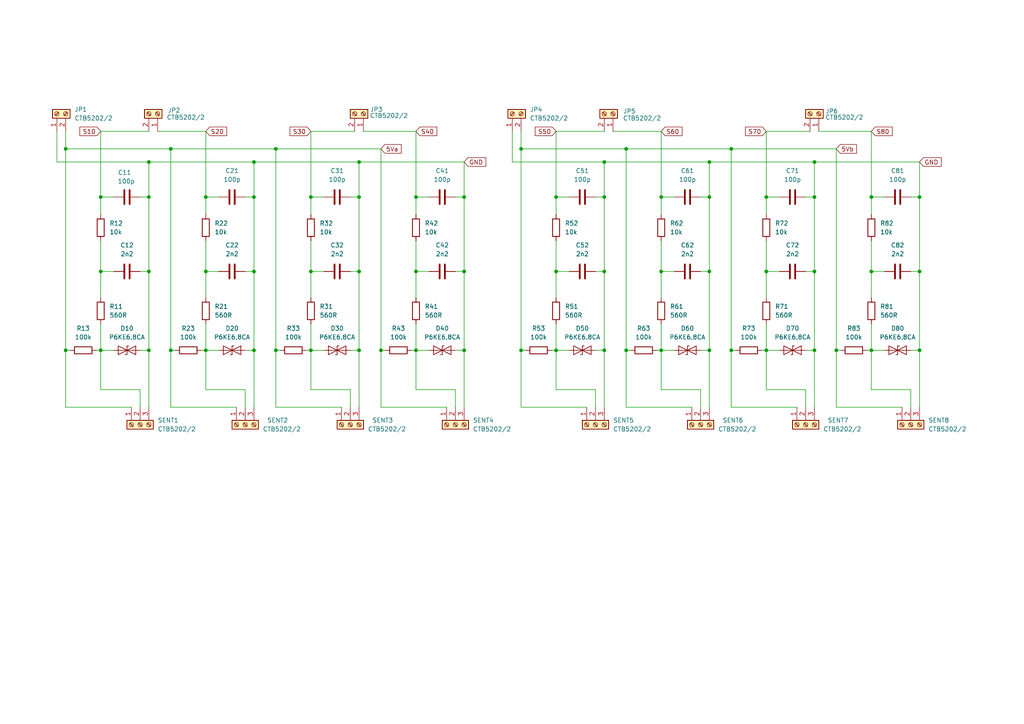
<source format=kicad_sch>
(kicad_sch (version 20231120) (generator "eeschema") (generator_version "8.0")
  (paper "A4")
  (title_block (title "ZF-Filter") (date "2024-03-20") (rev "1.0"))
  (lib_symbols
    (symbol "Connector:Screw_Terminal_01x02" (pin_names (offset 1.016) hide)
      (property "Reference" "J" (at 0 2.54 0))
      (property "Value" "Screw_Terminal_01x02" (at 0 -5.08 0))
      (symbol "Screw_Terminal_01x02_1_1"
        (rectangle (start -1.27 1.27) (end 1.27 -3.81) (stroke (width 0.254)) (fill (type background)))
        (circle (center 0 -2.54) (radius 0.635) (stroke (width 0.1524)))
        (polyline (pts (xy -0.5334 -2.2098) (xy 0.3302 -3.048)) (stroke (width 0.1524)))
        (polyline (pts (xy -0.5334 0.3302) (xy 0.3302 -0.508)) (stroke (width 0.1524)))
        (polyline (pts (xy -0.3556 -2.032) (xy 0.508 -2.8702)) (stroke (width 0.1524)))
        (polyline (pts (xy -0.3556 0.508) (xy 0.508 -0.3302)) (stroke (width 0.1524)))
        (circle (center 0 0) (radius 0.635) (stroke (width 0.1524)))
        (pin passive line (at -5.08 0 0) (length 3.81) (name "Pin_1") (number "1"))
        (pin passive line (at -5.08 -2.54 0) (length 3.81) (name "Pin_2") (number "2"))
      )
    )
    (symbol "Connector:Screw_Terminal_01x03" (pin_names (offset 1.016) hide)
      (property "Reference" "J" (at 0 5.08 0))
      (property "Value" "Screw_Terminal_01x03" (at 0 -5.08 0))
      (symbol "Screw_Terminal_01x03_1_1"
        (rectangle (start -1.27 3.81) (end 1.27 -3.81) (stroke (width 0.254)) (fill (type background)))
        (circle (center 0 -2.54) (radius 0.635) (stroke (width 0.1524)))
        (polyline (pts (xy -0.5334 -2.2098) (xy 0.3302 -3.048)) (stroke (width 0.1524)))
        (polyline (pts (xy -0.5334 0.3302) (xy 0.3302 -0.508)) (stroke (width 0.1524)))
        (polyline (pts (xy -0.5334 2.8702) (xy 0.3302 2.032)) (stroke (width 0.1524)))
        (polyline (pts (xy -0.3556 -2.032) (xy 0.508 -2.8702)) (stroke (width 0.1524)))
        (polyline (pts (xy -0.3556 0.508) (xy 0.508 -0.3302)) (stroke (width 0.1524)))
        (polyline (pts (xy -0.3556 3.048) (xy 0.508 2.2098)) (stroke (width 0.1524)))
        (circle (center 0 0) (radius 0.635) (stroke (width 0.1524)))
        (circle (center 0 2.54) (radius 0.635) (stroke (width 0.1524)))
        (pin passive line (at -5.08 2.54 0) (length 3.81) (name "Pin_1") (number "1"))
        (pin passive line (at -5.08 0 0) (length 3.81) (name "Pin_2") (number "2"))
        (pin passive line (at -5.08 -2.54 0) (length 3.81) (name "Pin_3") (number "3"))
      )
    )
    (symbol "Device:C" (pin_numbers hide) (pin_names (offset 0.254))
      (property "Reference" "C" (at 0.635 2.54 0))
      (property "Value" "C" (at 0.635 -2.54 0))
      (symbol "C_0_1"
        (polyline (pts (xy -2.032 -0.762) (xy 2.032 -0.762)) (stroke (width 0.508)))
        (polyline (pts (xy -2.032 0.762) (xy 2.032 0.762)) (stroke (width 0.508)))
      )
      (symbol "C_1_1"
        (pin passive line (at 0 3.81 270) (length 2.794) (name "~") (number "1"))
        (pin passive line (at 0 -3.81 90) (length 2.794) (name "~") (number "2"))
      )
    )
    (symbol "Device:R" (pin_numbers hide) (pin_names (offset 0))
      (property "Reference" "R" (at 2.032 0 90))
      (property "Value" "R" (at 0 0 90))
      (symbol "R_0_1"
        (rectangle (start -1.016 -2.54) (end 1.016 2.54) (stroke (width 0.254)))
      )
      (symbol "R_1_1"
        (pin passive line (at 0 3.81 270) (length 1.27) (name "~") (number "1"))
        (pin passive line (at 0 -3.81 90) (length 1.27) (name "~") (number "2"))
      )
    )
    (symbol "Diode:SD05_SOD323" (pin_numbers hide) (pin_names (offset 1.016) hide)
      (property "Reference" "D" (at 0 2.54 0))
      (property "Value" "SD05_SOD323" (at 0 -2.54 0))
      (symbol "SD05_SOD323_0_1"
        (polyline (pts (xy 1.27 0) (xy -1.27 0)))
        (polyline (pts (xy -2.54 -1.27) (xy 0 0) (xy -2.54 1.27) (xy -2.54 -1.27)) (stroke (width 0.2032)))
        (polyline (pts (xy 0.508 1.27) (xy 0 1.27) (xy 0 -1.27) (xy -0.508 -1.27)) (stroke (width 0.2032)))
        (polyline (pts (xy 2.54 1.27) (xy 2.54 -1.27) (xy 0 0) (xy 2.54 1.27)) (stroke (width 0.2032)))
      )
      (symbol "SD05_SOD323_1_1"
        (pin passive line (at -3.81 0 0) (length 2.54) (name "A1") (number "1"))
        (pin passive line (at 3.81 0 180) (length 2.54) (name "A2") (number "2"))
      )
    )
  )
  (junction (at 175.26 78.74))
  (junction (at 236.22 46.99))
  (junction (at 236.22 78.74))
  (junction (at 181.61 101.6))
  (junction (at 134.62 78.74))
  (junction (at 90.17 101.6))
  (junction (at 120.65 101.6))
  (junction (at 175.26 101.6))
  (junction (at 104.14 57.15))
  (junction (at 212.09 101.6))
  (junction (at 161.29 57.15))
  (junction (at 104.14 78.74))
  (junction (at 212.09 43.18))
  (junction (at 205.74 101.6))
  (junction (at 191.77 78.74))
  (junction (at 222.25 78.74))
  (junction (at 90.17 78.74))
  (junction (at 29.21 78.74))
  (junction (at 161.29 78.74))
  (junction (at 59.69 101.6))
  (junction (at 205.74 78.74))
  (junction (at 191.77 57.15))
  (junction (at 252.73 101.6))
  (junction (at 43.18 78.74))
  (junction (at 90.17 57.15))
  (junction (at 49.53 43.18))
  (junction (at 134.62 57.15))
  (junction (at 73.66 57.15))
  (junction (at 19.05 43.18))
  (junction (at 104.14 46.99))
  (junction (at 242.57 101.6))
  (junction (at 151.13 43.18))
  (junction (at 49.53 101.6))
  (junction (at 175.26 57.15))
  (junction (at 175.26 46.99))
  (junction (at 80.01 43.18))
  (junction (at 151.13 101.6))
  (junction (at 73.66 46.99))
  (junction (at 161.29 101.6))
  (junction (at 266.7 78.74))
  (junction (at 43.18 46.99))
  (junction (at 222.25 101.6))
  (junction (at 252.73 78.74))
  (junction (at 266.7 101.6))
  (junction (at 43.18 57.15))
  (junction (at 80.01 101.6))
  (junction (at 120.65 78.74))
  (junction (at 222.25 57.15))
  (junction (at 59.69 78.74))
  (junction (at 29.21 57.15))
  (junction (at 205.74 46.99))
  (junction (at 181.61 43.18))
  (junction (at 110.49 101.6))
  (junction (at 266.7 57.15))
  (junction (at 252.73 57.15))
  (junction (at 73.66 78.74))
  (junction (at 236.22 101.6))
  (junction (at 205.74 57.15))
  (junction (at 236.22 57.15))
  (junction (at 73.66 101.6))
  (junction (at 29.21 101.6))
  (junction (at 104.14 101.6))
  (junction (at 59.69 57.15))
  (junction (at 134.62 101.6))
  (junction (at 120.65 57.15))
  (junction (at 191.77 101.6))
  (junction (at 19.05 101.6))
  (junction (at 43.18 101.6))
  (wire (pts (xy 252.73 78.74) (xy 252.73 86.36)))
  (wire (pts (xy 172.72 101.6) (xy 175.26 101.6)))
  (wire (pts (xy 29.21 113.03) (xy 29.21 101.6)))
  (wire (pts (xy 71.12 101.6) (xy 73.66 101.6)))
  (wire (pts (xy 252.73 57.15) (xy 252.73 62.23)))
  (wire (pts (xy 43.18 101.6) (xy 43.18 118.11)))
  (wire (pts (xy 43.18 46.99) (xy 16.51 46.99)))
  (wire (pts (xy 252.73 101.6) (xy 256.54 101.6)))
  (wire (pts (xy 236.22 57.15) (xy 236.22 78.74)))
  (wire (pts (xy 29.21 38.1) (xy 43.18 38.1)))
  (wire (pts (xy 29.21 69.85) (xy 29.21 78.74)))
  (wire (pts (xy 191.77 113.03) (xy 191.77 101.6)))
  (wire (pts (xy 205.74 78.74) (xy 203.2 78.74)))
  (wire (pts (xy 222.25 113.03) (xy 222.25 101.6)))
  (wire (pts (xy 49.53 101.6) (xy 50.8 101.6)))
  (wire (pts (xy 16.51 46.99) (xy 16.51 38.1)))
  (wire (pts (xy 59.69 101.6) (xy 63.5 101.6)))
  (wire (pts (xy 40.64 101.6) (xy 43.18 101.6)))
  (wire (pts (xy 212.09 43.18) (xy 212.09 101.6)))
  (wire (pts (xy 266.7 46.99) (xy 266.7 57.15)))
  (wire (pts (xy 134.62 57.15) (xy 134.62 78.74)))
  (wire (pts (xy 165.1 78.74) (xy 161.29 78.74)))
  (wire (pts (xy 59.69 57.15) (xy 59.69 62.23)))
  (wire (pts (xy 19.05 38.1) (xy 19.05 43.18)))
  (wire (pts (xy 90.17 101.6) (xy 93.98 101.6)))
  (wire (pts (xy 172.72 57.15) (xy 175.26 57.15)))
  (wire (pts (xy 110.49 101.6) (xy 111.76 101.6)))
  (wire (pts (xy 90.17 113.03) (xy 90.17 101.6)))
  (wire (pts (xy 73.66 46.99) (xy 73.66 57.15)))
  (wire (pts (xy 172.72 118.11) (xy 172.72 113.03)))
  (wire (pts (xy 120.65 78.74) (xy 120.65 86.36)))
  (wire (pts (xy 161.29 69.85) (xy 161.29 78.74)))
  (wire (pts (xy 119.38 101.6) (xy 120.65 101.6)))
  (wire (pts (xy 80.01 43.18) (xy 80.01 101.6)))
  (wire (pts (xy 104.14 78.74) (xy 101.6 78.74)))
  (wire (pts (xy 252.73 57.15) (xy 256.54 57.15)))
  (wire (pts (xy 242.57 101.6) (xy 243.84 101.6)))
  (wire (pts (xy 73.66 78.74) (xy 73.66 101.6)))
  (wire (pts (xy 104.14 46.99) (xy 134.62 46.99)))
  (wire (pts (xy 191.77 101.6) (xy 191.77 93.98)))
  (wire (pts (xy 195.58 78.74) (xy 191.77 78.74)))
  (wire (pts (xy 71.12 113.03) (xy 59.69 113.03)))
  (wire (pts (xy 191.77 78.74) (xy 191.77 86.36)))
  (wire (pts (xy 222.25 78.74) (xy 222.25 86.36)))
  (wire (pts (xy 205.74 57.15) (xy 203.2 57.15)))
  (wire (pts (xy 251.46 101.6) (xy 252.73 101.6)))
  (wire (pts (xy 29.21 57.15) (xy 29.21 62.23)))
  (wire (pts (xy 161.29 38.1) (xy 175.26 38.1)))
  (wire (pts (xy 132.08 118.11) (xy 132.08 113.03)))
  (wire (pts (xy 90.17 57.15) (xy 93.98 57.15)))
  (wire (pts (xy 181.61 43.18) (xy 181.61 101.6)))
  (wire (pts (xy 177.8 38.1) (xy 191.77 38.1)))
  (wire (pts (xy 59.69 101.6) (xy 59.69 93.98)))
  (wire (pts (xy 40.64 113.03) (xy 29.21 113.03)))
  (wire (pts (xy 151.13 43.18) (xy 181.61 43.18)))
  (wire (pts (xy 49.53 43.18) (xy 49.53 101.6)))
  (wire (pts (xy 40.64 57.15) (xy 43.18 57.15)))
  (wire (pts (xy 252.73 101.6) (xy 252.73 93.98)))
  (wire (pts (xy 222.25 57.15) (xy 226.06 57.15)))
  (wire (pts (xy 151.13 38.1) (xy 151.13 43.18)))
  (wire (pts (xy 71.12 118.11) (xy 71.12 113.03)))
  (wire (pts (xy 73.66 46.99) (xy 104.14 46.99)))
  (wire (pts (xy 222.25 101.6) (xy 222.25 93.98)))
  (wire (pts (xy 19.05 101.6) (xy 19.05 118.11)))
  (wire (pts (xy 175.26 46.99) (xy 175.26 57.15)))
  (wire (pts (xy 29.21 57.15) (xy 33.02 57.15)))
  (wire (pts (xy 88.9 101.6) (xy 90.17 101.6)))
  (wire (pts (xy 242.57 43.18) (xy 242.57 101.6)))
  (wire (pts (xy 212.09 43.18) (xy 242.57 43.18)))
  (wire (pts (xy 222.25 101.6) (xy 226.06 101.6)))
  (wire (pts (xy 175.26 78.74) (xy 172.72 78.74)))
  (wire (pts (xy 252.73 113.03) (xy 252.73 101.6)))
  (wire (pts (xy 134.62 78.74) (xy 132.08 78.74)))
  (wire (pts (xy 175.26 46.99) (xy 205.74 46.99)))
  (wire (pts (xy 132.08 113.03) (xy 120.65 113.03)))
  (wire (pts (xy 266.7 101.6) (xy 266.7 118.11)))
  (wire (pts (xy 212.09 101.6) (xy 213.36 101.6)))
  (wire (pts (xy 104.14 57.15) (xy 104.14 78.74)))
  (wire (pts (xy 45.72 38.1) (xy 59.69 38.1)))
  (wire (pts (xy 161.29 78.74) (xy 161.29 86.36)))
  (wire (pts (xy 59.69 57.15) (xy 63.5 57.15)))
  (wire (pts (xy 170.18 118.11) (xy 151.13 118.11)))
  (wire (pts (xy 161.29 38.1) (xy 161.29 57.15)))
  (wire (pts (xy 73.66 78.74) (xy 71.12 78.74)))
  (wire (pts (xy 222.25 69.85) (xy 222.25 78.74)))
  (wire (pts (xy 90.17 69.85) (xy 90.17 78.74)))
  (wire (pts (xy 104.14 101.6) (xy 104.14 118.11)))
  (wire (pts (xy 205.74 46.99) (xy 236.22 46.99)))
  (wire (pts (xy 161.29 57.15) (xy 165.1 57.15)))
  (wire (pts (xy 132.08 101.6) (xy 134.62 101.6)))
  (wire (pts (xy 264.16 118.11) (xy 264.16 113.03)))
  (wire (pts (xy 99.06 118.11) (xy 80.01 118.11)))
  (wire (pts (xy 90.17 57.15) (xy 90.17 38.1)))
  (wire (pts (xy 233.68 101.6) (xy 236.22 101.6)))
  (wire (pts (xy 40.64 118.11) (xy 40.64 113.03)))
  (wire (pts (xy 266.7 78.74) (xy 264.16 78.74)))
  (wire (pts (xy 43.18 78.74) (xy 40.64 78.74)))
  (wire (pts (xy 264.16 101.6) (xy 266.7 101.6)))
  (wire (pts (xy 172.72 113.03) (xy 161.29 113.03)))
  (wire (pts (xy 73.66 46.99) (xy 43.18 46.99)))
  (wire (pts (xy 160.02 101.6) (xy 161.29 101.6)))
  (wire (pts (xy 175.26 78.74) (xy 175.26 101.6)))
  (wire (pts (xy 252.73 69.85) (xy 252.73 78.74)))
  (wire (pts (xy 134.62 101.6) (xy 134.62 118.11)))
  (wire (pts (xy 252.73 38.1) (xy 252.73 57.15)))
  (wire (pts (xy 90.17 101.6) (xy 90.17 93.98)))
  (wire (pts (xy 120.65 101.6) (xy 120.65 93.98)))
  (wire (pts (xy 120.65 38.1) (xy 120.65 57.15)))
  (wire (pts (xy 59.69 38.1) (xy 59.69 57.15)))
  (wire (pts (xy 101.6 101.6) (xy 104.14 101.6)))
  (wire (pts (xy 80.01 43.18) (xy 110.49 43.18)))
  (wire (pts (xy 236.22 78.74) (xy 233.68 78.74)))
  (wire (pts (xy 110.49 101.6) (xy 110.49 118.11)))
  (wire (pts (xy 80.01 101.6) (xy 81.28 101.6)))
  (wire (pts (xy 226.06 78.74) (xy 222.25 78.74)))
  (wire (pts (xy 104.14 46.99) (xy 104.14 57.15)))
  (wire (pts (xy 43.18 78.74) (xy 43.18 101.6)))
  (wire (pts (xy 120.65 57.15) (xy 120.65 62.23)))
  (wire (pts (xy 151.13 43.18) (xy 151.13 101.6)))
  (wire (pts (xy 233.68 118.11) (xy 233.68 113.03)))
  (wire (pts (xy 205.74 78.74) (xy 205.74 101.6)))
  (wire (pts (xy 148.59 38.1) (xy 148.59 46.99)))
  (wire (pts (xy 190.5 101.6) (xy 191.77 101.6)))
  (wire (pts (xy 236.22 78.74) (xy 236.22 101.6)))
  (wire (pts (xy 231.14 118.11) (xy 212.09 118.11)))
  (wire (pts (xy 236.22 101.6) (xy 236.22 118.11)))
  (wire (pts (xy 181.61 101.6) (xy 182.88 101.6)))
  (wire (pts (xy 266.7 57.15) (xy 264.16 57.15)))
  (wire (pts (xy 161.29 101.6) (xy 165.1 101.6)))
  (wire (pts (xy 161.29 101.6) (xy 161.29 93.98)))
  (wire (pts (xy 59.69 113.03) (xy 59.69 101.6)))
  (wire (pts (xy 90.17 78.74) (xy 90.17 86.36)))
  (wire (pts (xy 134.62 78.74) (xy 134.62 101.6)))
  (wire (pts (xy 161.29 57.15) (xy 161.29 62.23)))
  (wire (pts (xy 151.13 101.6) (xy 151.13 118.11)))
  (wire (pts (xy 93.98 78.74) (xy 90.17 78.74)))
  (wire (pts (xy 181.61 43.18) (xy 212.09 43.18)))
  (wire (pts (xy 19.05 43.18) (xy 19.05 101.6)))
  (wire (pts (xy 101.6 118.11) (xy 101.6 113.03)))
  (wire (pts (xy 205.74 46.99) (xy 205.74 57.15)))
  (wire (pts (xy 205.74 57.15) (xy 205.74 78.74)))
  (wire (pts (xy 120.65 101.6) (xy 124.46 101.6)))
  (wire (pts (xy 203.2 118.11) (xy 203.2 113.03)))
  (wire (pts (xy 181.61 101.6) (xy 181.61 118.11)))
  (wire (pts (xy 58.42 101.6) (xy 59.69 101.6)))
  (wire (pts (xy 49.53 118.11) (xy 68.58 118.11)))
  (wire (pts (xy 29.21 38.1) (xy 29.21 57.15)))
  (wire (pts (xy 236.22 57.15) (xy 233.68 57.15)))
  (wire (pts (xy 266.7 78.74) (xy 266.7 101.6)))
  (wire (pts (xy 175.26 101.6) (xy 175.26 118.11)))
  (wire (pts (xy 256.54 78.74) (xy 252.73 78.74)))
  (wire (pts (xy 203.2 113.03) (xy 191.77 113.03)))
  (wire (pts (xy 236.22 46.99) (xy 236.22 57.15)))
  (wire (pts (xy 191.77 38.1) (xy 191.77 57.15)))
  (wire (pts (xy 63.5 78.74) (xy 59.69 78.74)))
  (wire (pts (xy 19.05 101.6) (xy 20.32 101.6)))
  (wire (pts (xy 134.62 46.99) (xy 134.62 57.15)))
  (wire (pts (xy 73.66 57.15) (xy 71.12 57.15)))
  (wire (pts (xy 203.2 101.6) (xy 205.74 101.6)))
  (wire (pts (xy 120.65 69.85) (xy 120.65 78.74)))
  (wire (pts (xy 233.68 113.03) (xy 222.25 113.03)))
  (wire (pts (xy 105.41 38.1) (xy 120.65 38.1)))
  (wire (pts (xy 90.17 57.15) (xy 90.17 62.23)))
  (wire (pts (xy 120.65 113.03) (xy 120.65 101.6)))
  (wire (pts (xy 191.77 69.85) (xy 191.77 78.74)))
  (wire (pts (xy 266.7 57.15) (xy 266.7 78.74)))
  (wire (pts (xy 220.98 101.6) (xy 222.25 101.6)))
  (wire (pts (xy 175.26 57.15) (xy 175.26 78.74)))
  (wire (pts (xy 29.21 101.6) (xy 33.02 101.6)))
  (wire (pts (xy 59.69 78.74) (xy 59.69 86.36)))
  (wire (pts (xy 191.77 57.15) (xy 195.58 57.15)))
  (wire (pts (xy 49.53 43.18) (xy 80.01 43.18)))
  (wire (pts (xy 33.02 78.74) (xy 29.21 78.74)))
  (wire (pts (xy 104.14 57.15) (xy 101.6 57.15)))
  (wire (pts (xy 191.77 57.15) (xy 191.77 62.23)))
  (wire (pts (xy 261.62 118.11) (xy 242.57 118.11)))
  (wire (pts (xy 90.17 38.1) (xy 102.87 38.1)))
  (wire (pts (xy 129.54 118.11) (xy 110.49 118.11)))
  (wire (pts (xy 29.21 78.74) (xy 29.21 86.36)))
  (wire (pts (xy 222.25 38.1) (xy 234.95 38.1)))
  (wire (pts (xy 19.05 43.18) (xy 49.53 43.18)))
  (wire (pts (xy 29.21 101.6) (xy 29.21 93.98)))
  (wire (pts (xy 120.65 57.15) (xy 124.46 57.15)))
  (wire (pts (xy 242.57 101.6) (xy 242.57 118.11)))
  (wire (pts (xy 59.69 69.85) (xy 59.69 78.74)))
  (wire (pts (xy 264.16 113.03) (xy 252.73 113.03)))
  (wire (pts (xy 43.18 46.99) (xy 43.18 57.15)))
  (wire (pts (xy 191.77 101.6) (xy 195.58 101.6)))
  (wire (pts (xy 101.6 113.03) (xy 90.17 113.03)))
  (wire (pts (xy 49.53 101.6) (xy 49.53 118.11)))
  (wire (pts (xy 222.25 57.15) (xy 222.25 62.23)))
  (wire (pts (xy 73.66 57.15) (xy 73.66 78.74)))
  (wire (pts (xy 73.66 101.6) (xy 73.66 118.11)))
  (wire (pts (xy 205.74 101.6) (xy 205.74 118.11)))
  (wire (pts (xy 236.22 46.99) (xy 266.7 46.99)))
  (wire (pts (xy 38.1 118.11) (xy 19.05 118.11)))
  (wire (pts (xy 104.14 78.74) (xy 104.14 101.6)))
  (wire (pts (xy 181.61 118.11) (xy 200.66 118.11)))
  (wire (pts (xy 222.25 57.15) (xy 222.25 38.1)))
  (wire (pts (xy 124.46 78.74) (xy 120.65 78.74)))
  (wire (pts (xy 212.09 101.6) (xy 212.09 118.11)))
  (wire (pts (xy 80.01 101.6) (xy 80.01 118.11)))
  (wire (pts (xy 134.62 57.15) (xy 132.08 57.15)))
  (wire (pts (xy 151.13 101.6) (xy 152.4 101.6)))
  (wire (pts (xy 237.49 38.1) (xy 252.73 38.1)))
  (wire (pts (xy 27.94 101.6) (xy 29.21 101.6)))
  (wire (pts (xy 148.59 46.99) (xy 175.26 46.99)))
  (wire (pts (xy 161.29 113.03) (xy 161.29 101.6)))
  (wire (pts (xy 110.49 43.18) (xy 110.49 101.6)))
  (wire (pts (xy 43.18 57.15) (xy 43.18 78.74)))
  (global_label "S20" (shape input) (at 59.69 38.1 0) (property "Intersheetrefs" "${INTERSHEET_REFS}" (effects (hide yes))))
  (global_label "GND" (shape input) (at 266.7 46.99 0) (property "Intersheetrefs" "${INTERSHEET_REFS}" (effects (hide yes))))
  (global_label "S60" (shape input) (at 191.77 38.1 0) (property "Intersheetrefs" "${INTERSHEET_REFS}" (effects (hide yes))))
  (global_label "S70" (shape input) (at 222.25 38.1 180) (property "Intersheetrefs" "${INTERSHEET_REFS}" (effects (hide yes))))
  (global_label "GND" (shape input) (at 134.62 46.99 0) (property "Intersheetrefs" "${INTERSHEET_REFS}" (effects (hide yes))))
  (global_label "S10" (shape input) (at 29.21 38.1 180) (property "Intersheetrefs" "${INTERSHEET_REFS}" (effects (hide yes))))
  (global_label "S40" (shape input) (at 120.65 38.1 0) (property "Intersheetrefs" "${INTERSHEET_REFS}" (effects (hide yes))))
  (global_label "S50" (shape input) (at 161.29 38.1 180) (property "Intersheetrefs" "${INTERSHEET_REFS}" (effects (hide yes))))
  (global_label "S30" (shape input) (at 90.17 38.1 180) (property "Intersheetrefs" "${INTERSHEET_REFS}" (effects (hide yes))))
  (global_label "S80" (shape input) (at 252.73 38.1 0) (property "Intersheetrefs" "${INTERSHEET_REFS}" (effects (hide yes))))
  (global_label "5Va" (shape input) (at 110.49 43.18 0) (property "Intersheetrefs" "${INTERSHEET_REFS}" (effects (hide yes))))
  (global_label "5Vb" (shape input) (at 242.57 43.18 0) (property "Intersheetrefs" "${INTERSHEET_REFS}" (effects (hide yes))))
  (symbol (lib_id "Connector:Screw_Terminal_01x02") (at 177.8 33.02 270) (mirror x) (unit 1)
    (property "Reference" "JP5" (at 184.404 32.258 90) (effects (justify right)))
    (property "Value" "CTB5202/2" (at 191.77 34.29 90) (effects (justify right)))
    (property "Footprint" "TerminalBlock_RND:TerminalBlock_RND_205-00001_1x02_P5.00mm_Horizontal" (effects (hide yes)))
    (property "Description" "Generic screw terminal, single row, 01x02, script generated (kicad-library-utils/schlib/autogen/connector/)" (effects (hide yes)))
  )
  (symbol (lib_id "Connector:Screw_Terminal_01x03") (at 172.72 123.19 90) (mirror x) (unit 1)
    (property "Reference" "SENT5" (at 177.8 121.92 90) (effects (justify right)))
    (property "Value" "CTB5202/2" (at 177.8 124.46 90) (effects (justify right)))
    (property "Footprint" "TerminalBlock_RND:TerminalBlock_RND_205-00002_1x03_P5.00mm_Horizontal" (effects (hide yes)))
    (property "Description" "Generic screw terminal, single row, 01x03, script generated (kicad-library-utils/schlib/autogen/connector/)" (effects (hide yes)))
  )
  (symbol (lib_id "Device:R") (at 85.09 101.6 90) (unit 1)
    (property "Reference" "R33" (at 85.09 95.25 90))
    (property "Value" "100k" (at 85.09 97.79 90))
    (property "Footprint" "Resistor_THT:R_Axial_DIN0207_L6.3mm_D2.5mm_P10.16mm_Horizontal" (effects (hide yes)))
    (property "Description" "Resistor" (effects (hide yes)))
  )
  (symbol (lib_id "Device:R") (at 29.21 66.04 0) (unit 1)
    (property "Reference" "R12" (at 31.75 64.77 0) (effects (justify left)))
    (property "Value" "10k" (at 31.75 67.31 0) (effects (justify left)))
    (property "Footprint" "Resistor_THT:R_Axial_DIN0207_L6.3mm_D2.5mm_P10.16mm_Horizontal" (effects (hide yes)))
    (property "Description" "Resistor" (effects (hide yes)))
  )
  (symbol (lib_id "Diode:SD05_SOD323") (at 97.79 101.6 0) (unit 1)
    (property "Reference" "D30" (at 97.79 95.25 0))
    (property "Value" "P6KE6,8CA" (at 97.79 97.79 0))
    (property "Footprint" "Diode_SMD:D_SOD-323" (effects (hide yes)))
    (property "Datasheet" "https://www.littelfuse.com/~/media/electronics/datasheets/tvs_diode_arrays/littelfuse_tvs_diode_array_sd_c_datasheet.pdf.pdf" (effects (hide yes)))
    (property "Description" "5V, 450W Discrete Bidirectional TVS Diode, SOD-323" (effects (hide yes)))
  )
  (symbol (lib_id "Device:C") (at 168.91 57.15 90) (unit 1)
    (property "Reference" "C51" (at 168.91 49.53 90))
    (property "Value" "100p" (at 168.91 52.07 90))
    (property "Footprint" "Capacitor_THT:C_Disc_D6.0mm_W2.5mm_P5.00mm" (effects (hide yes)))
    (property "Description" "Unpolarized capacitor" (effects (hide yes)))
  )
  (symbol (lib_id "Device:C") (at 260.35 78.74 90) (unit 1)
    (property "Reference" "C82" (at 260.35 71.12 90))
    (property "Value" "2n2" (at 260.35 73.66 90))
    (property "Footprint" "Capacitor_THT:C_Rect_L7.2mm_W3.0mm_P5.00mm_FKS2_FKP2_MKS2_MKP2" (effects (hide yes)))
    (property "Description" "Unpolarized capacitor" (effects (hide yes)))
  )
  (symbol (lib_id "Diode:SD05_SOD323") (at 128.27 101.6 0) (unit 1)
    (property "Reference" "D40" (at 128.27 95.25 0))
    (property "Value" "P6KE6,8CA" (at 128.27 97.79 0))
    (property "Footprint" "Diode_SMD:D_SOD-323" (effects (hide yes)))
    (property "Datasheet" "https://www.littelfuse.com/~/media/electronics/datasheets/tvs_diode_arrays/littelfuse_tvs_diode_array_sd_c_datasheet.pdf.pdf" (effects (hide yes)))
    (property "Description" "5V, 450W Discrete Bidirectional TVS Diode, SOD-323" (effects (hide yes)))
  )
  (symbol (lib_id "Device:R") (at 217.17 101.6 90) (unit 1)
    (property "Reference" "R73" (at 217.17 95.25 90))
    (property "Value" "100k" (at 217.17 97.79 90))
    (property "Footprint" "Resistor_THT:R_Axial_DIN0207_L6.3mm_D2.5mm_P10.16mm_Horizontal" (effects (hide yes)))
    (property "Description" "Resistor" (effects (hide yes)))
  )
  (symbol (lib_id "Device:R") (at 161.29 90.17 0) (unit 1)
    (property "Reference" "R51" (at 163.83 88.9 0) (effects (justify left)))
    (property "Value" "560R" (at 163.83 91.44 0) (effects (justify left)))
    (property "Footprint" "Resistor_THT:R_Axial_DIN0207_L6.3mm_D2.5mm_P10.16mm_Horizontal" (effects (hide yes)))
    (property "Description" "Resistor" (effects (hide yes)))
  )
  (symbol (lib_id "Device:R") (at 115.57 101.6 90) (unit 1)
    (property "Reference" "R43" (at 115.57 95.25 90))
    (property "Value" "100k" (at 115.57 97.79 90))
    (property "Footprint" "Resistor_THT:R_Axial_DIN0207_L6.3mm_D2.5mm_P10.16mm_Horizontal" (effects (hide yes)))
    (property "Description" "Resistor" (effects (hide yes)))
  )
  (symbol (lib_id "Device:R") (at 191.77 90.17 0) (unit 1)
    (property "Reference" "R61" (at 194.31 88.9 0) (effects (justify left)))
    (property "Value" "560R" (at 194.31 91.44 0) (effects (justify left)))
    (property "Footprint" "Resistor_THT:R_Axial_DIN0207_L6.3mm_D2.5mm_P10.16mm_Horizontal" (effects (hide yes)))
    (property "Description" "Resistor" (effects (hide yes)))
  )
  (symbol (lib_id "Device:R") (at 222.25 66.04 0) (unit 1)
    (property "Reference" "R72" (at 224.79 64.77 0) (effects (justify left)))
    (property "Value" "10k" (at 224.79 67.31 0) (effects (justify left)))
    (property "Footprint" "Resistor_THT:R_Axial_DIN0207_L6.3mm_D2.5mm_P10.16mm_Horizontal" (effects (hide yes)))
    (property "Description" "Resistor" (effects (hide yes)))
  )
  (symbol (lib_id "Connector:Screw_Terminal_01x03") (at 132.08 123.19 90) (mirror x) (unit 1)
    (property "Reference" "SENT4" (at 137.16 121.92 90) (effects (justify right)))
    (property "Value" "CTB5202/2" (at 137.16 124.46 90) (effects (justify right)))
    (property "Footprint" "TerminalBlock_RND:TerminalBlock_RND_205-00002_1x03_P5.00mm_Horizontal" (effects (hide yes)))
    (property "Description" "Generic screw terminal, single row, 01x03, script generated (kicad-library-utils/schlib/autogen/connector/)" (effects (hide yes)))
  )
  (symbol (lib_id "Device:R") (at 186.69 101.6 90) (unit 1)
    (property "Reference" "R63" (at 186.69 95.25 90))
    (property "Value" "100k" (at 186.69 97.79 90))
    (property "Footprint" "Resistor_THT:R_Axial_DIN0207_L6.3mm_D2.5mm_P10.16mm_Horizontal" (effects (hide yes)))
    (property "Description" "Resistor" (effects (hide yes)))
  )
  (symbol (lib_id "Diode:SD05_SOD323") (at 229.87 101.6 0) (unit 1)
    (property "Reference" "D70" (at 229.87 95.25 0))
    (property "Value" "P6KE6,8CA" (at 229.87 97.79 0))
    (property "Footprint" "Diode_SMD:D_SOD-323" (effects (hide yes)))
    (property "Datasheet" "https://www.littelfuse.com/~/media/electronics/datasheets/tvs_diode_arrays/littelfuse_tvs_diode_array_sd_c_datasheet.pdf.pdf" (effects (hide yes)))
    (property "Description" "5V, 450W Discrete Bidirectional TVS Diode, SOD-323" (effects (hide yes)))
  )
  (symbol (lib_id "Diode:SD05_SOD323") (at 199.39 101.6 0) (unit 1)
    (property "Reference" "D60" (at 199.39 95.25 0))
    (property "Value" "P6KE6,8CA" (at 199.39 97.79 0))
    (property "Footprint" "Diode_SMD:D_SOD-323" (effects (hide yes)))
    (property "Datasheet" "https://www.littelfuse.com/~/media/electronics/datasheets/tvs_diode_arrays/littelfuse_tvs_diode_array_sd_c_datasheet.pdf.pdf" (effects (hide yes)))
    (property "Description" "5V, 450W Discrete Bidirectional TVS Diode, SOD-323" (effects (hide yes)))
  )
  (symbol (lib_id "Device:C") (at 67.31 57.15 90) (unit 1)
    (property "Reference" "C21" (at 67.31 49.53 90))
    (property "Value" "100p" (at 67.31 52.07 90))
    (property "Footprint" "Capacitor_THT:C_Disc_D6.0mm_W2.5mm_P5.00mm" (effects (hide yes)))
    (property "Description" "Unpolarized capacitor" (effects (hide yes)))
  )
  (symbol (lib_id "Device:C") (at 67.31 78.74 90) (unit 1)
    (property "Reference" "C22" (at 67.31 71.12 90))
    (property "Value" "2n2" (at 67.31 73.66 90))
    (property "Footprint" "Capacitor_THT:C_Rect_L7.2mm_W3.0mm_P5.00mm_FKS2_FKP2_MKS2_MKP2" (effects (hide yes)))
    (property "Description" "Unpolarized capacitor" (effects (hide yes)))
  )
  (symbol (lib_id "Device:R") (at 90.17 90.17 0) (unit 1)
    (property "Reference" "R31" (at 92.71 88.9 0) (effects (justify left)))
    (property "Value" "560R" (at 92.71 91.44 0) (effects (justify left)))
    (property "Footprint" "Resistor_THT:R_Axial_DIN0207_L6.3mm_D2.5mm_P10.16mm_Horizontal" (effects (hide yes)))
    (property "Description" "Resistor" (effects (hide yes)))
  )
  (symbol (lib_id "Device:R") (at 191.77 66.04 0) (unit 1)
    (property "Reference" "R62" (at 194.31 64.77 0) (effects (justify left)))
    (property "Value" "10k" (at 194.31 67.31 0) (effects (justify left)))
    (property "Footprint" "Resistor_THT:R_Axial_DIN0207_L6.3mm_D2.5mm_P10.16mm_Horizontal" (effects (hide yes)))
    (property "Description" "Resistor" (effects (hide yes)))
  )
  (symbol (lib_id "Device:C") (at 128.27 78.74 90) (unit 1)
    (property "Reference" "C42" (at 128.27 71.12 90))
    (property "Value" "2n2" (at 128.27 73.66 90))
    (property "Footprint" "Capacitor_THT:C_Rect_L7.2mm_W3.0mm_P5.00mm_FKS2_FKP2_MKS2_MKP2" (effects (hide yes)))
    (property "Description" "Unpolarized capacitor" (effects (hide yes)))
  )
  (symbol (lib_id "Connector:Screw_Terminal_01x03") (at 71.12 123.19 90) (mirror x) (unit 1)
    (property "Reference" "SENT2" (at 77.47 121.92 90) (effects (justify right)))
    (property "Value" "CTB5202/2" (at 76.2 124.46 90) (effects (justify right)))
    (property "Footprint" "TerminalBlock_RND:TerminalBlock_RND_205-00002_1x03_P5.00mm_Horizontal" (effects (hide yes)))
    (property "Description" "Generic screw terminal, single row, 01x03, script generated (kicad-library-utils/schlib/autogen/connector/)" (effects (hide yes)))
  )
  (symbol (lib_id "Device:R") (at 252.73 66.04 0) (unit 1)
    (property "Reference" "R82" (at 255.27 64.77 0) (effects (justify left)))
    (property "Value" "10k" (at 255.27 67.31 0) (effects (justify left)))
    (property "Footprint" "Resistor_THT:R_Axial_DIN0207_L6.3mm_D2.5mm_P10.16mm_Horizontal" (effects (hide yes)))
    (property "Description" "Resistor" (effects (hide yes)))
  )
  (symbol (lib_id "Device:R") (at 120.65 90.17 0) (unit 1)
    (property "Reference" "R41" (at 123.19 88.9 0) (effects (justify left)))
    (property "Value" "560R" (at 123.19 91.44 0) (effects (justify left)))
    (property "Footprint" "Resistor_THT:R_Axial_DIN0207_L6.3mm_D2.5mm_P10.16mm_Horizontal" (effects (hide yes)))
    (property "Description" "Resistor" (effects (hide yes)))
  )
  (symbol (lib_id "Device:C") (at 229.87 57.15 90) (unit 1)
    (property "Reference" "C71" (at 229.87 49.53 90))
    (property "Value" "100p" (at 229.87 52.07 90))
    (property "Footprint" "Capacitor_THT:C_Disc_D6.0mm_W2.5mm_P5.00mm" (effects (hide yes)))
    (property "Description" "Unpolarized capacitor" (effects (hide yes)))
  )
  (symbol (lib_id "Device:R") (at 161.29 66.04 0) (unit 1)
    (property "Reference" "R52" (at 163.83 64.77 0) (effects (justify left)))
    (property "Value" "10k" (at 163.83 67.31 0) (effects (justify left)))
    (property "Footprint" "Resistor_THT:R_Axial_DIN0207_L6.3mm_D2.5mm_P10.16mm_Horizontal" (effects (hide yes)))
    (property "Description" "Resistor" (effects (hide yes)))
  )
  (symbol (lib_id "Device:C") (at 199.39 78.74 90) (unit 1)
    (property "Reference" "C62" (at 199.39 71.12 90))
    (property "Value" "2n2" (at 199.39 73.66 90))
    (property "Footprint" "Capacitor_THT:C_Rect_L7.2mm_W3.0mm_P5.00mm_FKS2_FKP2_MKS2_MKP2" (effects (hide yes)))
    (property "Description" "Unpolarized capacitor" (effects (hide yes)))
  )
  (symbol (lib_id "Diode:SD05_SOD323") (at 260.35 101.6 0) (unit 1)
    (property "Reference" "D80" (at 260.35 95.25 0))
    (property "Value" "P6KE6,8CA" (at 260.35 97.79 0))
    (property "Footprint" "Diode_SMD:D_SOD-323" (effects (hide yes)))
    (property "Datasheet" "https://www.littelfuse.com/~/media/electronics/datasheets/tvs_diode_arrays/littelfuse_tvs_diode_array_sd_c_datasheet.pdf.pdf" (effects (hide yes)))
    (property "Description" "5V, 450W Discrete Bidirectional TVS Diode, SOD-323" (effects (hide yes)))
  )
  (symbol (lib_id "Connector:Screw_Terminal_01x02") (at 148.59 33.02 90) (unit 1)
    (property "Reference" "JP4" (at 153.67 31.7499 90) (effects (justify right)))
    (property "Value" "CTB5202/2" (at 153.67 34.2899 90) (effects (justify right)))
    (property "Footprint" "TerminalBlock_RND:TerminalBlock_RND_205-00001_1x02_P5.00mm_Horizontal" (effects (hide yes)))
    (property "Description" "Generic screw terminal, single row, 01x02, script generated (kicad-library-utils/schlib/autogen/connector/)" (effects (hide yes)))
  )
  (symbol (lib_id "Connector:Screw_Terminal_01x03") (at 233.68 123.19 90) (mirror x) (unit 1)
    (property "Reference" "SENT7" (at 240.03 121.92 90) (effects (justify right)))
    (property "Value" "CTB5202/2" (at 238.76 124.46 90) (effects (justify right)))
    (property "Footprint" "TerminalBlock_RND:TerminalBlock_RND_205-00002_1x03_P5.00mm_Horizontal" (effects (hide yes)))
    (property "Description" "Generic screw terminal, single row, 01x03, script generated (kicad-library-utils/schlib/autogen/connector/)" (effects (hide yes)))
  )
  (symbol (lib_id "Device:R") (at 59.69 90.17 0) (unit 1)
    (property "Reference" "R21" (at 62.23 88.9 0) (effects (justify left)))
    (property "Value" "560R" (at 62.23 91.44 0) (effects (justify left)))
    (property "Footprint" "Resistor_THT:R_Axial_DIN0207_L6.3mm_D2.5mm_P10.16mm_Horizontal" (effects (hide yes)))
    (property "Description" "Resistor" (effects (hide yes)))
  )
  (symbol (lib_id "Connector:Screw_Terminal_01x03") (at 203.2 123.19 90) (mirror x) (unit 1)
    (property "Reference" "SENT6" (at 209.55 121.92 90) (effects (justify right)))
    (property "Value" "CTB5202/2" (at 208.28 124.46 90) (effects (justify right)))
    (property "Footprint" "TerminalBlock_RND:TerminalBlock_RND_205-00002_1x03_P5.00mm_Horizontal" (effects (hide yes)))
    (property "Description" "Generic screw terminal, single row, 01x03, script generated (kicad-library-utils/schlib/autogen/connector/)" (effects (hide yes)))
  )
  (symbol (lib_id "Device:C") (at 97.79 57.15 90) (unit 1)
    (property "Reference" "C31" (at 97.79 49.53 90))
    (property "Value" "100p" (at 97.79 52.07 90))
    (property "Footprint" "Capacitor_THT:C_Disc_D6.0mm_W2.5mm_P5.00mm" (effects (hide yes)))
    (property "Description" "Unpolarized capacitor" (effects (hide yes)))
  )
  (symbol (lib_id "Device:R") (at 252.73 90.17 0) (unit 1)
    (property "Reference" "R81" (at 255.27 88.9 0) (effects (justify left)))
    (property "Value" "560R" (at 255.27 91.44 0) (effects (justify left)))
    (property "Footprint" "Resistor_THT:R_Axial_DIN0207_L6.3mm_D2.5mm_P10.16mm_Horizontal" (effects (hide yes)))
    (property "Description" "Resistor" (effects (hide yes)))
  )
  (symbol (lib_id "Device:C") (at 97.79 78.74 90) (unit 1)
    (property "Reference" "C32" (at 97.79 71.12 90))
    (property "Value" "2n2" (at 97.79 73.66 90))
    (property "Footprint" "Capacitor_THT:C_Rect_L7.2mm_W3.0mm_P5.00mm_FKS2_FKP2_MKS2_MKP2" (effects (hide yes)))
    (property "Description" "Unpolarized capacitor" (effects (hide yes)))
  )
  (symbol (lib_id "Device:R") (at 120.65 66.04 0) (unit 1)
    (property "Reference" "R42" (at 123.19 64.77 0) (effects (justify left)))
    (property "Value" "10k" (at 123.19 67.31 0) (effects (justify left)))
    (property "Footprint" "Resistor_THT:R_Axial_DIN0207_L6.3mm_D2.5mm_P10.16mm_Horizontal" (effects (hide yes)))
    (property "Description" "Resistor" (effects (hide yes)))
  )
  (symbol (lib_id "Device:C") (at 199.39 57.15 90) (unit 1)
    (property "Reference" "C61" (at 199.39 49.53 90))
    (property "Value" "100p" (at 199.39 52.07 90))
    (property "Footprint" "Capacitor_THT:C_Disc_D6.0mm_W2.5mm_P5.00mm" (effects (hide yes)))
    (property "Description" "Unpolarized capacitor" (effects (hide yes)))
  )
  (symbol (lib_id "Connector:Screw_Terminal_01x03") (at 264.16 123.19 90) (mirror x) (unit 1)
    (property "Reference" "SENT8" (at 269.24 121.92 90) (effects (justify right)))
    (property "Value" "CTB5202/2" (at 269.24 124.46 90) (effects (justify right)))
    (property "Footprint" "TerminalBlock_RND:TerminalBlock_RND_205-00002_1x03_P5.00mm_Horizontal" (effects (hide yes)))
    (property "Description" "Generic screw terminal, single row, 01x03, script generated (kicad-library-utils/schlib/autogen/connector/)" (effects (hide yes)))
  )
  (symbol (lib_id "Connector:Screw_Terminal_01x02") (at 45.72 33.02 270) (mirror x) (unit 1)
    (property "Reference" "JP2" (at 52.324 32.004 90) (effects (justify right)))
    (property "Value" "CTB5202/2" (at 59.436 34.036 90) (effects (justify right)))
    (property "Footprint" "TerminalBlock_RND:TerminalBlock_RND_205-00001_1x02_P5.00mm_Horizontal" (effects (hide yes)))
    (property "Description" "Generic screw terminal, single row, 01x02, script generated (kicad-library-utils/schlib/autogen/connector/)" (effects (hide yes)))
  )
  (symbol (lib_id "Device:R") (at 24.13 101.6 270) (unit 1)
    (property "Reference" "R13" (at 24.13 95.25 90))
    (property "Value" "100k" (at 24.13 97.79 90))
    (property "Footprint" "Resistor_THT:R_Axial_DIN0207_L6.3mm_D2.5mm_P10.16mm_Horizontal" (effects (hide yes)))
    (property "Description" "Resistor" (effects (hide yes)))
  )
  (symbol (lib_id "Diode:SD05_SOD323") (at 67.31 101.6 0) (unit 1)
    (property "Reference" "D20" (at 67.31 95.25 0))
    (property "Value" "P6KE6,8CA" (at 67.31 97.79 0))
    (property "Footprint" "Diode_SMD:D_SOD-323" (effects (hide yes)))
    (property "Datasheet" "https://www.littelfuse.com/~/media/electronics/datasheets/tvs_diode_arrays/littelfuse_tvs_diode_array_sd_c_datasheet.pdf.pdf" (effects (hide yes)))
    (property "Description" "5V, 450W Discrete Bidirectional TVS Diode, SOD-323" (effects (hide yes)))
  )
  (symbol (lib_id "Device:C") (at 229.87 78.74 90) (unit 1)
    (property "Reference" "C72" (at 229.87 71.12 90))
    (property "Value" "2n2" (at 229.87 73.66 90))
    (property "Footprint" "Capacitor_THT:C_Rect_L7.2mm_W3.0mm_P5.00mm_FKS2_FKP2_MKS2_MKP2" (effects (hide yes)))
    (property "Description" "Unpolarized capacitor" (effects (hide yes)))
  )
  (symbol (lib_id "Device:R") (at 54.61 101.6 90) (unit 1)
    (property "Reference" "R23" (at 54.61 95.25 90))
    (property "Value" "100k" (at 54.61 97.79 90))
    (property "Footprint" "Resistor_THT:R_Axial_DIN0207_L6.3mm_D2.5mm_P10.16mm_Horizontal" (effects (hide yes)))
    (property "Description" "Resistor" (effects (hide yes)))
  )
  (symbol (lib_id "Device:R") (at 247.65 101.6 90) (unit 1)
    (property "Reference" "R83" (at 247.65 95.25 90))
    (property "Value" "100k" (at 247.65 97.79 90))
    (property "Footprint" "Resistor_THT:R_Axial_DIN0207_L6.3mm_D2.5mm_P10.16mm_Horizontal" (effects (hide yes)))
    (property "Description" "Resistor" (effects (hide yes)))
  )
  (symbol (lib_id "Diode:SD05_SOD323") (at 168.91 101.6 0) (unit 1)
    (property "Reference" "D50" (at 168.91 95.25 0))
    (property "Value" "P6KE6,8CA" (at 168.91 97.79 0))
    (property "Footprint" "Diode_SMD:D_SOD-323" (effects (hide yes)))
    (property "Datasheet" "https://www.littelfuse.com/~/media/electronics/datasheets/tvs_diode_arrays/littelfuse_tvs_diode_array_sd_c_datasheet.pdf.pdf" (effects (hide yes)))
    (property "Description" "5V, 450W Discrete Bidirectional TVS Diode, SOD-323" (effects (hide yes)))
  )
  (symbol (lib_id "Connector:Screw_Terminal_01x02") (at 16.51 33.02 90) (unit 1)
    (property "Reference" "JP1" (at 21.59 31.7499 90) (effects (justify right)))
    (property "Value" "CTB5202/2" (at 21.59 34.2899 90) (effects (justify right)))
    (property "Footprint" "TerminalBlock_RND:TerminalBlock_RND_205-00001_1x02_P5.00mm_Horizontal" (effects (hide yes)))
    (property "Description" "Generic screw terminal, single row, 01x02, script generated (kicad-library-utils/schlib/autogen/connector/)" (effects (hide yes)))
  )
  (symbol (lib_id "Connector:Screw_Terminal_01x02") (at 105.41 33.02 270) (mirror x) (unit 1)
    (property "Reference" "JP3" (at 110.998 31.75 90) (effects (justify right)))
    (property "Value" "CTB5202/2" (at 118.364 33.528 90) (effects (justify right)))
    (property "Footprint" "TerminalBlock_RND:TerminalBlock_RND_205-00001_1x02_P5.00mm_Horizontal" (effects (hide yes)))
    (property "Description" "Generic screw terminal, single row, 01x02, script generated (kicad-library-utils/schlib/autogen/connector/)" (effects (hide yes)))
  )
  (symbol (lib_id "Diode:SD05_SOD323") (at 36.83 101.6 0) (unit 1)
    (property "Reference" "D10" (at 36.83 95.25 0))
    (property "Value" "P6KE6,8CA" (at 36.83 97.79 0))
    (property "Footprint" "Diode_SMD:D_SOD-323" (effects (hide yes)))
    (property "Datasheet" "https://www.littelfuse.com/~/media/electronics/datasheets/tvs_diode_arrays/littelfuse_tvs_diode_array_sd_c_datasheet.pdf.pdf" (effects (hide yes)))
    (property "Description" "5V, 450W Discrete Bidirectional TVS Diode, SOD-323" (effects (hide yes)))
  )
  (symbol (lib_id "Device:C") (at 128.27 57.15 90) (unit 1)
    (property "Reference" "C41" (at 128.27 49.53 90))
    (property "Value" "100p" (at 128.27 52.07 90))
    (property "Footprint" "Capacitor_THT:C_Disc_D6.0mm_W2.5mm_P5.00mm" (effects (hide yes)))
    (property "Description" "Unpolarized capacitor" (effects (hide yes)))
  )
  (symbol (lib_id "Device:C") (at 36.83 78.74 90) (unit 1)
    (property "Reference" "C12" (at 36.83 71.12 90))
    (property "Value" "2n2" (at 36.83 73.66 90))
    (property "Footprint" "Capacitor_THT:C_Rect_L7.2mm_W3.0mm_P5.00mm_FKS2_FKP2_MKS2_MKP2" (effects (hide yes)))
    (property "Description" "Unpolarized capacitor" (effects (hide yes)))
  )
  (symbol (lib_id "Device:R") (at 29.21 90.17 0) (unit 1)
    (property "Reference" "R11" (at 31.75 88.9 0) (effects (justify left)))
    (property "Value" "560R" (at 31.75 91.44 0) (effects (justify left)))
    (property "Footprint" "Resistor_THT:R_Axial_DIN0207_L6.3mm_D2.5mm_P10.16mm_Horizontal" (effects (hide yes)))
    (property "Description" "Resistor" (effects (hide yes)))
  )
  (symbol (lib_id "Device:R") (at 59.69 66.04 0) (unit 1)
    (property "Reference" "R22" (at 62.23 64.77 0) (effects (justify left)))
    (property "Value" "10k" (at 62.23 67.31 0) (effects (justify left)))
    (property "Footprint" "Resistor_THT:R_Axial_DIN0207_L6.3mm_D2.5mm_P10.16mm_Horizontal" (effects (hide yes)))
    (property "Description" "Resistor" (effects (hide yes)))
  )
  (symbol (lib_id "Device:C") (at 260.35 57.15 90) (unit 1)
    (property "Reference" "C81" (at 260.35 49.53 90))
    (property "Value" "100p" (at 260.35 52.07 90))
    (property "Footprint" "Capacitor_THT:C_Disc_D6.0mm_W2.5mm_P5.00mm" (effects (hide yes)))
    (property "Description" "Unpolarized capacitor" (effects (hide yes)))
  )
  (symbol (lib_id "Device:R") (at 222.25 90.17 0) (unit 1)
    (property "Reference" "R71" (at 224.79 88.9 0) (effects (justify left)))
    (property "Value" "560R" (at 224.79 91.44 0) (effects (justify left)))
    (property "Footprint" "Resistor_THT:R_Axial_DIN0207_L6.3mm_D2.5mm_P10.16mm_Horizontal" (effects (hide yes)))
    (property "Description" "Resistor" (effects (hide yes)))
  )
  (symbol (lib_id "Connector:Screw_Terminal_01x02") (at 237.49 33.02 270) (mirror x) (unit 1)
    (property "Reference" "JP6" (at 243.078 32.258 90) (effects (justify right)))
    (property "Value" "CTB5202/2" (at 250.444 34.036 90) (effects (justify right)))
    (property "Footprint" "TerminalBlock_RND:TerminalBlock_RND_205-00001_1x02_P5.00mm_Horizontal" (effects (hide yes)))
    (property "Description" "Generic screw terminal, single row, 01x02, script generated (kicad-library-utils/schlib/autogen/connector/)" (effects (hide yes)))
  )
  (symbol (lib_id "Connector:Screw_Terminal_01x03") (at 40.64 123.19 90) (mirror x) (unit 1)
    (property "Reference" "SENT1" (at 45.72 121.92 90) (effects (justify right)))
    (property "Value" "CTB5202/2" (at 45.72 124.46 90) (effects (justify right)))
    (property "Footprint" "TerminalBlock_RND:TerminalBlock_RND_205-00002_1x03_P5.00mm_Horizontal" (effects (hide yes)))
    (property "Description" "Generic screw terminal, single row, 01x03, script generated (kicad-library-utils/schlib/autogen/connector/)" (effects (hide yes)))
  )
  (symbol (lib_id "Device:C") (at 36.83 57.15 90) (unit 1)
    (property "Reference" "C11" (at 38.1 50.038 90) (effects (justify left)))
    (property "Value" "100p" (at 39.116 52.578 90) (effects (justify left)))
    (property "Footprint" "Capacitor_THT:C_Disc_D6.0mm_W2.5mm_P5.00mm" (effects (hide yes)))
    (property "Description" "Unpolarized capacitor" (effects (hide yes)))
  )
  (symbol (lib_id "Device:R") (at 90.17 66.04 0) (unit 1)
    (property "Reference" "R32" (at 92.71 64.77 0) (effects (justify left)))
    (property "Value" "10k" (at 92.71 67.31 0) (effects (justify left)))
    (property "Footprint" "Resistor_THT:R_Axial_DIN0207_L6.3mm_D2.5mm_P10.16mm_Horizontal" (effects (hide yes)))
    (property "Description" "Resistor" (effects (hide yes)))
  )
  (symbol (lib_id "Device:R") (at 156.21 101.6 270) (unit 1)
    (property "Reference" "R53" (at 156.21 95.25 90))
    (property "Value" "100k" (at 156.21 97.79 90))
    (property "Footprint" "Resistor_THT:R_Axial_DIN0207_L6.3mm_D2.5mm_P10.16mm_Horizontal" (effects (hide yes)))
    (property "Description" "Resistor" (effects (hide yes)))
  )
  (symbol (lib_id "Device:C") (at 168.91 78.74 90) (unit 1)
    (property "Reference" "C52" (at 168.91 71.12 90))
    (property "Value" "2n2" (at 168.91 73.66 90))
    (property "Footprint" "Capacitor_THT:C_Rect_L7.2mm_W3.0mm_P5.00mm_FKS2_FKP2_MKS2_MKP2" (effects (hide yes)))
    (property "Description" "Unpolarized capacitor" (effects (hide yes)))
  )
  (symbol (lib_id "Connector:Screw_Terminal_01x03") (at 101.6 123.19 90) (mirror x) (unit 1)
    (property "Reference" "SENT3" (at 107.95 121.92 90) (effects (justify right)))
    (property "Value" "CTB5202/2" (at 106.68 124.46 90) (effects (justify right)))
    (property "Footprint" "TerminalBlock_RND:TerminalBlock_RND_205-00002_1x03_P5.00mm_Horizontal" (effects (hide yes)))
    (property "Description" "Generic screw terminal, single row, 01x03, script generated (kicad-library-utils/schlib/autogen/connector/)" (effects (hide yes)))
  )
)
</source>
